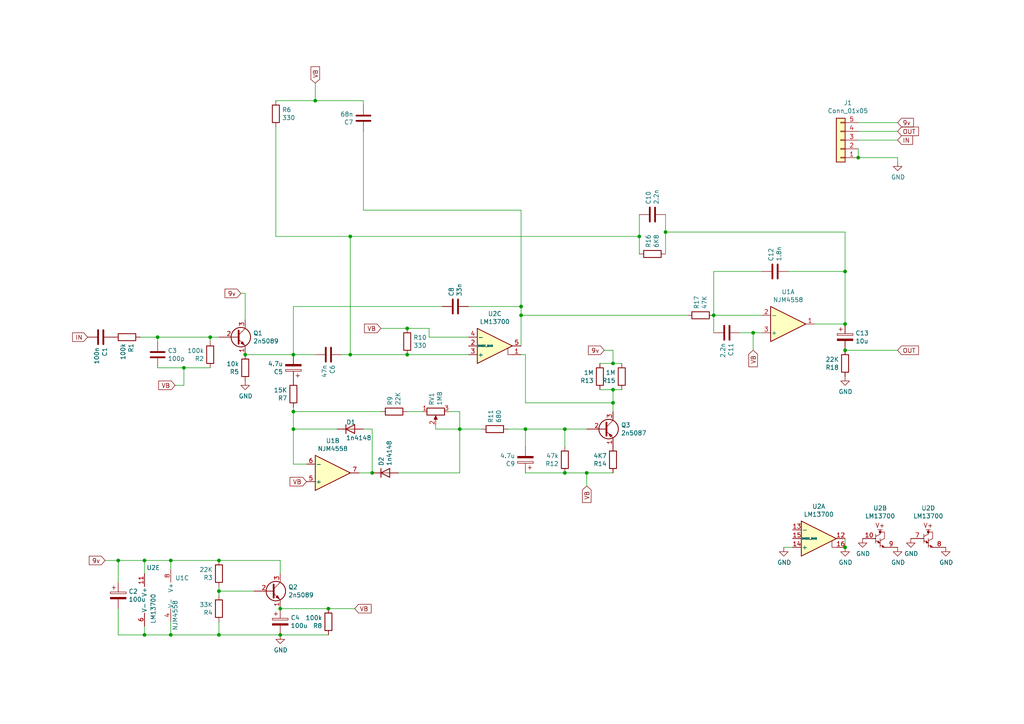
<source format=kicad_sch>
(kicad_sch (version 20211123) (generator eeschema)
  (paper "A4")
  (lib_symbols
    (symbol "Amplifier_Operational:LM13700" (pin_names (offset 0.127))
      (property "Reference" "U" (at 3.81 5.08 0))
      (property "Value" "LM13700" (at 5.08 -5.08 0))
      (symbol "LM13700_1_1"
        (polyline (pts (xy 3.81 -0.635) (xy 3.81 -2.54) (xy 5.08 -2.54)))
        (polyline (pts (xy 5.08 0) (xy -5.08 -5.08) (xy -5.08 5.08) (xy 5.08 0)) (stroke (width 0.254)) (fill (type background)))
        (pin output line (at 7.62 0 180) (length 2.54) (name "~") (number "12"))
        (pin input line (at -7.62 2.54 0) (length 2.54) (name "-") (number "13"))
        (pin input line (at -7.62 -2.54 0) (length 2.54) (name "+") (number "14"))
        (pin input line (at -7.62 0 0) (length 2.54) (name "DIODE_BIAS") (number "15"))
        (pin input line (at 7.62 -2.54 180) (length 2.54) (name "~") (number "16"))
      )
      (symbol "LM13700_2_0"
        (polyline (pts (xy -1.905 2.54) (xy -3.175 2.54)))
      )
      (symbol "LM13700_2_1"
        (circle (center -2.54 1.905) (radius 0.254) (stroke (width 0.254)) (fill (type outline)))
        (polyline (pts (xy -3.81 -0.635) (xy -2.54 -1.27)))
        (polyline (pts (xy -3.81 1.27) (xy -3.81 -1.27)))
        (polyline (pts (xy -2.54 -1.905) (xy -1.27 -2.54)))
        (polyline (pts (xy -2.54 0) (xy -2.54 -2.54)))
        (polyline (pts (xy -3.81 0.635) (xy -2.54 1.27) (xy -2.54 1.905) (xy -2.54 2.54)))
        (polyline (pts (xy -2.54 -1.27) (xy -3.175 -0.635) (xy -3.175 -1.27) (xy -2.54 -1.27)) (fill (type outline)))
        (polyline (pts (xy -2.54 -0.635) (xy -1.27 0) (xy -1.27 1.905) (xy -2.54 1.905)))
        (polyline (pts (xy -1.27 -2.54) (xy -1.905 -1.905) (xy -1.905 -2.54) (xy -1.27 -2.54)) (fill (type outline)))
        (text "V+" (at -2.54 3.81 0) (effects (font (size 1.27 1.27))))
        (pin input line (at -7.62 0 0) (length 3.81) (name "~") (number "10"))
        (pin output line (at 2.54 -2.54 180) (length 3.81) (name "~") (number "9"))
      )
      (symbol "LM13700_3_1"
        (polyline (pts (xy 3.81 -0.635) (xy 3.81 -2.54) (xy 5.08 -2.54)))
        (polyline (pts (xy 5.08 0) (xy -5.08 -5.08) (xy -5.08 5.08) (xy 5.08 0)) (stroke (width 0.254)) (fill (type background)))
        (pin input line (at 7.62 -2.54 180) (length 2.54) (name "~") (number "1"))
        (pin input line (at -7.62 0 0) (length 2.54) (name "DIODE_BIAS") (number "2"))
        (pin input line (at -7.62 -2.54 0) (length 2.54) (name "+") (number "3"))
        (pin input line (at -7.62 2.54 0) (length 2.54) (name "-") (number "4"))
        (pin output line (at 7.62 0 180) (length 2.54) (name "~") (number "5"))
      )
      (symbol "LM13700_4_0"
        (polyline (pts (xy -3.175 2.54) (xy -1.905 2.54)))
        (text "V+" (at -2.54 3.81 0) (effects (font (size 1.27 1.27))))
      )
      (symbol "LM13700_4_1"
        (circle (center -2.54 1.905) (radius 0.254) (stroke (width 0.254)) (fill (type outline)))
        (polyline (pts (xy -3.81 -0.635) (xy -2.54 -1.27)))
        (polyline (pts (xy -3.81 1.27) (xy -3.81 -1.27)))
        (polyline (pts (xy -2.54 -1.905) (xy -1.27 -2.54)))
        (polyline (pts (xy -2.54 0) (xy -2.54 -2.54)))
        (polyline (pts (xy -3.81 0.635) (xy -2.54 1.27) (xy -2.54 2.54)))
        (polyline (pts (xy -2.54 -1.27) (xy -3.175 -0.635) (xy -3.175 -1.27) (xy -2.54 -1.27)) (fill (type outline)))
        (polyline (pts (xy -2.54 -0.635) (xy -1.27 0) (xy -1.27 1.905) (xy -2.54 1.905)))
        (polyline (pts (xy -1.27 -2.54) (xy -1.905 -1.905) (xy -1.905 -2.54) (xy -1.27 -2.54)) (fill (type outline)))
        (pin input line (at -7.62 0 0) (length 3.81) (name "~") (number "7"))
        (pin output line (at 2.54 -2.54 180) (length 3.81) (name "~") (number "8"))
      )
      (symbol "LM13700_5_1"
        (pin power_in line (at -2.54 7.62 270) (length 3.81) (name "V+") (number "11"))
        (pin power_in line (at -2.54 -7.62 90) (length 3.81) (name "V-") (number "6"))
      )
    )
    (symbol "Amplifier_Operational:NJM4558" (pin_names (offset 0.127))
      (property "Reference" "U" (at 0 5.08 0))
      (property "Value" "NJM4558" (at 0 -5.08 0))
      (symbol "NJM4558_1_1"
        (polyline (pts (xy -5.08 5.08) (xy 5.08 0) (xy -5.08 -5.08) (xy -5.08 5.08)) (stroke (width 0.254)) (fill (type background)))
        (pin output line (at 7.62 0 180) (length 2.54) (name "~") (number "1"))
        (pin input line (at -7.62 -2.54 0) (length 2.54) (name "-") (number "2"))
        (pin input line (at -7.62 2.54 0) (length 2.54) (name "+") (number "3"))
      )
      (symbol "NJM4558_2_1"
        (polyline (pts (xy -5.08 5.08) (xy 5.08 0) (xy -5.08 -5.08) (xy -5.08 5.08)) (stroke (width 0.254)) (fill (type background)))
        (pin input line (at -7.62 2.54 0) (length 2.54) (name "+") (number "5"))
        (pin input line (at -7.62 -2.54 0) (length 2.54) (name "-") (number "6"))
        (pin output line (at 7.62 0 180) (length 2.54) (name "~") (number "7"))
      )
      (symbol "NJM4558_3_1"
        (pin power_in line (at -2.54 -7.62 90) (length 3.81) (name "V-") (number "4"))
        (pin power_in line (at -2.54 7.62 270) (length 3.81) (name "V+") (number "8"))
      )
    )
    (symbol "Connector_Generic:Conn_01x05" (pin_names (offset 1.016) hide)
      (property "Reference" "J" (at 0 7.62 0))
      (property "Value" "Conn_01x05" (at 0 -7.62 0))
      (symbol "Conn_01x05_1_1"
        (rectangle (start -1.27 -4.953) (end 0 -5.207) (stroke (width 0.1524)))
        (rectangle (start -1.27 -2.413) (end 0 -2.667) (stroke (width 0.1524)))
        (rectangle (start -1.27 0.127) (end 0 -0.127) (stroke (width 0.1524)))
        (rectangle (start -1.27 2.667) (end 0 2.413) (stroke (width 0.1524)))
        (rectangle (start -1.27 5.207) (end 0 4.953) (stroke (width 0.1524)))
        (rectangle (start -1.27 6.35) (end 1.27 -6.35) (stroke (width 0.254)) (fill (type background)))
        (pin passive line (at -5.08 5.08 0) (length 3.81) (name "Pin_1") (number "1"))
        (pin passive line (at -5.08 2.54 0) (length 3.81) (name "Pin_2") (number "2"))
        (pin passive line (at -5.08 0 0) (length 3.81) (name "Pin_3") (number "3"))
        (pin passive line (at -5.08 -2.54 0) (length 3.81) (name "Pin_4") (number "4"))
        (pin passive line (at -5.08 -5.08 0) (length 3.81) (name "Pin_5") (number "5"))
      )
    )
    (symbol "Device:C" (pin_numbers hide) (pin_names (offset 0.254))
      (property "Reference" "C" (at 0.635 2.54 0))
      (property "Value" "C" (at 0.635 -2.54 0))
      (symbol "C_0_1"
        (polyline (pts (xy -2.032 -0.762) (xy 2.032 -0.762)) (stroke (width 0.508)))
        (polyline (pts (xy -2.032 0.762) (xy 2.032 0.762)) (stroke (width 0.508)))
      )
      (symbol "C_1_1"
        (pin passive line (at 0 3.81 270) (length 2.794) (name "~") (number "1"))
        (pin passive line (at 0 -3.81 90) (length 2.794) (name "~") (number "2"))
      )
    )
    (symbol "Device:CP" (pin_numbers hide) (pin_names (offset 0.254))
      (property "Reference" "C" (at 0.635 2.54 0))
      (property "Value" "Device_CP" (at 0.635 -2.54 0))
      (symbol "CP_0_1"
        (rectangle (start -2.286 0.508) (end 2.286 1.016))
        (polyline (pts (xy -1.778 2.286) (xy -0.762 2.286)))
        (polyline (pts (xy -1.27 2.794) (xy -1.27 1.778)))
        (rectangle (start 2.286 -0.508) (end -2.286 -1.016) (fill (type outline)))
      )
      (symbol "CP_1_1"
        (pin passive line (at 0 3.81 270) (length 2.794) (name "~") (number "1"))
        (pin passive line (at 0 -3.81 90) (length 2.794) (name "~") (number "2"))
      )
    )
    (symbol "Device:D" (pin_numbers hide) (pin_names (offset 1.016) hide)
      (property "Reference" "D" (at 0 2.54 0))
      (property "Value" "D" (at 0 -2.54 0))
      (symbol "D_0_1"
        (polyline (pts (xy -1.27 1.27) (xy -1.27 -1.27)) (stroke (width 0.254)))
        (polyline (pts (xy 1.27 0) (xy -1.27 0)))
        (polyline (pts (xy 1.27 1.27) (xy 1.27 -1.27) (xy -1.27 0) (xy 1.27 1.27)) (stroke (width 0.254)))
      )
      (symbol "D_1_1"
        (pin passive line (at -3.81 0 0) (length 2.54) (name "K") (number "1"))
        (pin passive line (at 3.81 0 180) (length 2.54) (name "A") (number "2"))
      )
    )
    (symbol "Device:Q_NPN_EBC" (pin_names (offset 0) hide)
      (property "Reference" "Q" (at 5.08 1.27 0))
      (property "Value" "Q_NPN_EBC" (at 5.08 -1.27 0))
      (symbol "Q_NPN_EBC_0_1"
        (polyline (pts (xy 0.635 0.635) (xy 2.54 2.54)))
        (polyline (pts (xy 0.635 -0.635) (xy 2.54 -2.54) (xy 2.54 -2.54)))
        (polyline (pts (xy 0.635 1.905) (xy 0.635 -1.905) (xy 0.635 -1.905)) (stroke (width 0.508)))
        (polyline (pts (xy 1.27 -1.778) (xy 1.778 -1.27) (xy 2.286 -2.286) (xy 1.27 -1.778) (xy 1.27 -1.778)) (fill (type outline)))
        (circle (center 1.27 0) (radius 2.8194) (stroke (width 0.254)))
      )
      (symbol "Q_NPN_EBC_1_1"
        (pin passive line (at 2.54 -5.08 90) (length 2.54) (name "E") (number "1"))
        (pin passive line (at -5.08 0 0) (length 5.715) (name "B") (number "2"))
        (pin passive line (at 2.54 5.08 270) (length 2.54) (name "C") (number "3"))
      )
    )
    (symbol "Device:Q_PNP_EBC" (pin_names (offset 0) hide)
      (property "Reference" "Q" (at 5.08 1.27 0))
      (property "Value" "Q_PNP_EBC" (at 5.08 -1.27 0))
      (symbol "Q_PNP_EBC_0_1"
        (polyline (pts (xy 0.635 0.635) (xy 2.54 2.54)))
        (polyline (pts (xy 0.635 -0.635) (xy 2.54 -2.54) (xy 2.54 -2.54)))
        (polyline (pts (xy 0.635 1.905) (xy 0.635 -1.905) (xy 0.635 -1.905)) (stroke (width 0.508)))
        (polyline (pts (xy 2.286 -1.778) (xy 1.778 -2.286) (xy 1.27 -1.27) (xy 2.286 -1.778) (xy 2.286 -1.778)) (fill (type outline)))
        (circle (center 1.27 0) (radius 2.8194) (stroke (width 0.254)))
      )
      (symbol "Q_PNP_EBC_1_1"
        (pin passive line (at 2.54 -5.08 90) (length 2.54) (name "E") (number "1"))
        (pin input line (at -5.08 0 0) (length 5.715) (name "B") (number "2"))
        (pin passive line (at 2.54 5.08 270) (length 2.54) (name "C") (number "3"))
      )
    )
    (symbol "Device:R" (pin_numbers hide) (pin_names (offset 0))
      (property "Reference" "R" (at 2.032 0 90))
      (property "Value" "R" (at 0 0 90))
      (symbol "R_0_1"
        (rectangle (start -1.016 -2.54) (end 1.016 2.54) (stroke (width 0.254)))
      )
      (symbol "R_1_1"
        (pin passive line (at 0 3.81 270) (length 1.27) (name "~") (number "1"))
        (pin passive line (at 0 -3.81 90) (length 1.27) (name "~") (number "2"))
      )
    )
    (symbol "Device:R_POT" (pin_names (offset 1.016) hide)
      (property "Reference" "RV" (at -4.445 0 90))
      (property "Value" "Device_R_POT" (at -2.54 0 90))
      (symbol "R_POT_0_1"
        (polyline (pts (xy 2.54 0) (xy 1.524 0)))
        (polyline (pts (xy 1.143 0) (xy 2.286 0.508) (xy 2.286 -0.508) (xy 1.143 0)) (fill (type outline)))
        (rectangle (start 1.016 2.54) (end -1.016 -2.54) (stroke (width 0.254)))
      )
      (symbol "R_POT_1_1"
        (pin passive line (at 0 3.81 270) (length 1.27) (name "1") (number "1"))
        (pin passive line (at 3.81 0 180) (length 1.27) (name "2") (number "2"))
        (pin passive line (at 0 -3.81 90) (length 1.27) (name "3") (number "3"))
      )
    )
    (symbol "power:GND" (power) (pin_names (offset 0))
      (property "Value" "GND" (at 0 -3.81 0))
      (symbol "GND_0_1"
        (polyline (pts (xy 0 0) (xy 0 -1.27) (xy 1.27 -1.27) (xy 0 -2.54) (xy -1.27 -1.27) (xy 0 -1.27)))
      )
      (symbol "GND_1_1"
        (pin power_in line (at 0 0 270) (length 0) hide (name "GND") (number "1"))
      )
    )
  )
  (junction (at 207.01 91.44))
  (junction (at 53.34 106.68))
  (junction (at 151.13 88.9))
  (junction (at 245.11 93.98))
  (junction (at 81.28 184.15))
  (junction (at 163.83 124.46))
  (junction (at 152.4 124.46))
  (junction (at 49.53 162.56))
  (junction (at 63.5 162.56))
  (junction (at 34.29 162.56))
  (junction (at 107.95 137.16))
  (junction (at 45.72 97.79))
  (junction (at 177.8 116.84))
  (junction (at 91.44 29.21))
  (junction (at 71.12 102.87))
  (junction (at 245.11 101.6))
  (junction (at 85.09 102.87))
  (junction (at 41.91 162.56))
  (junction (at 248.92 45.72))
  (junction (at 85.09 119.38))
  (junction (at 95.25 176.53))
  (junction (at 218.44 96.52))
  (junction (at 133.35 124.46))
  (junction (at 151.13 91.44))
  (junction (at 81.28 176.53))
  (junction (at 101.6 68.58))
  (junction (at 101.6 102.87))
  (junction (at 245.11 78.74))
  (junction (at 163.83 137.16))
  (junction (at 49.53 184.15))
  (junction (at 193.04 67.31))
  (junction (at 63.5 184.15))
  (junction (at 85.09 124.46))
  (junction (at 118.11 102.87))
  (junction (at 170.18 137.16))
  (junction (at 60.96 97.79))
  (junction (at 177.8 113.03))
  (junction (at 185.42 68.58))
  (junction (at 177.8 105.41))
  (junction (at 41.91 184.15))
  (junction (at 63.5 171.45))
  (junction (at 245.11 158.75))
  (junction (at 118.11 95.25))
  (wire (pts (xy 71.12 92.71) (xy 71.12 85.09)))
  (wire (pts (xy 118.11 95.25) (xy 124.46 95.25)))
  (wire (pts (xy 49.53 184.15) (xy 63.5 184.15)))
  (wire (pts (xy 245.11 158.75) (xy 245.11 156.21)))
  (wire (pts (xy 81.28 166.37) (xy 81.28 162.56)))
  (wire (pts (xy 177.8 116.84) (xy 152.4 116.84)))
  (wire (pts (xy 105.41 60.96) (xy 151.13 60.96)))
  (wire (pts (xy 152.4 116.84) (xy 152.4 102.87)))
  (wire (pts (xy 248.92 45.72) (xy 260.35 45.72)))
  (wire (pts (xy 85.09 102.87) (xy 91.44 102.87)))
  (wire (pts (xy 88.9 134.62) (xy 85.09 134.62)))
  (wire (pts (xy 110.49 119.38) (xy 85.09 119.38)))
  (wire (pts (xy 49.53 184.15) (xy 49.53 180.34)))
  (wire (pts (xy 63.5 172.72) (xy 63.5 171.45)))
  (wire (pts (xy 260.35 38.1) (xy 248.92 38.1)))
  (wire (pts (xy 81.28 162.56) (xy 63.5 162.56)))
  (wire (pts (xy 126.365 124.46) (xy 133.35 124.46)))
  (wire (pts (xy 245.11 67.31) (xy 193.04 67.31)))
  (wire (pts (xy 45.72 99.06) (xy 45.72 97.79)))
  (wire (pts (xy 49.53 165.1) (xy 49.53 162.56)))
  (wire (pts (xy 34.29 162.56) (xy 41.91 162.56)))
  (wire (pts (xy 53.34 106.68) (xy 60.96 106.68)))
  (wire (pts (xy 107.95 124.46) (xy 105.41 124.46)))
  (wire (pts (xy 207.01 78.74) (xy 207.01 91.44)))
  (wire (pts (xy 34.29 184.15) (xy 41.91 184.15)))
  (wire (pts (xy 207.01 96.52) (xy 207.01 91.44)))
  (wire (pts (xy 173.99 105.41) (xy 177.8 105.41)))
  (wire (pts (xy 101.6 68.58) (xy 101.6 102.87)))
  (wire (pts (xy 245.11 93.98) (xy 245.11 78.74)))
  (wire (pts (xy 80.01 36.83) (xy 80.01 68.58)))
  (wire (pts (xy 185.42 68.58) (xy 185.42 62.23)))
  (wire (pts (xy 214.63 96.52) (xy 218.44 96.52)))
  (wire (pts (xy 177.8 113.03) (xy 180.34 113.03)))
  (wire (pts (xy 218.44 96.52) (xy 220.98 96.52)))
  (wire (pts (xy 41.91 184.15) (xy 49.53 184.15)))
  (wire (pts (xy 41.91 166.37) (xy 41.91 162.56)))
  (wire (pts (xy 170.18 140.97) (xy 170.18 137.16)))
  (wire (pts (xy 53.34 111.76) (xy 53.34 106.68)))
  (wire (pts (xy 173.99 113.03) (xy 177.8 113.03)))
  (wire (pts (xy 101.6 102.87) (xy 118.11 102.87)))
  (wire (pts (xy 85.09 88.9) (xy 85.09 102.87)))
  (wire (pts (xy 163.83 124.46) (xy 170.18 124.46)))
  (wire (pts (xy 45.72 97.79) (xy 40.64 97.79)))
  (wire (pts (xy 170.18 137.16) (xy 177.8 137.16)))
  (wire (pts (xy 151.13 100.33) (xy 151.13 91.44)))
  (wire (pts (xy 151.13 91.44) (xy 151.13 88.9)))
  (wire (pts (xy 99.06 102.87) (xy 101.6 102.87)))
  (wire (pts (xy 50.8 111.76) (xy 53.34 111.76)))
  (wire (pts (xy 85.09 119.38) (xy 85.09 124.46)))
  (wire (pts (xy 177.8 105.41) (xy 180.34 105.41)))
  (wire (pts (xy 260.35 45.72) (xy 260.35 46.99)))
  (wire (pts (xy 105.41 38.1) (xy 105.41 60.96)))
  (wire (pts (xy 95.25 176.53) (xy 81.28 176.53)))
  (wire (pts (xy 147.32 124.46) (xy 152.4 124.46)))
  (wire (pts (xy 193.04 67.31) (xy 193.04 62.23)))
  (wire (pts (xy 207.01 78.74) (xy 220.98 78.74)))
  (wire (pts (xy 152.4 124.46) (xy 163.83 124.46)))
  (wire (pts (xy 207.01 91.44) (xy 220.98 91.44)))
  (wire (pts (xy 63.5 171.45) (xy 73.66 171.45)))
  (wire (pts (xy 105.41 29.21) (xy 105.41 30.48)))
  (wire (pts (xy 41.91 181.61) (xy 41.91 184.15)))
  (wire (pts (xy 151.13 88.9) (xy 135.89 88.9)))
  (wire (pts (xy 126.365 123.19) (xy 126.365 124.46)))
  (wire (pts (xy 128.27 88.9) (xy 85.09 88.9)))
  (wire (pts (xy 175.26 101.6) (xy 177.8 101.6)))
  (wire (pts (xy 34.29 184.15) (xy 34.29 176.53)))
  (wire (pts (xy 118.11 102.87) (xy 135.89 102.87)))
  (wire (pts (xy 133.35 119.38) (xy 133.35 124.46)))
  (wire (pts (xy 45.72 106.68) (xy 53.34 106.68)))
  (wire (pts (xy 177.8 101.6) (xy 177.8 105.41)))
  (wire (pts (xy 151.13 91.44) (xy 199.39 91.44)))
  (wire (pts (xy 130.175 119.38) (xy 133.35 119.38)))
  (wire (pts (xy 193.04 67.31) (xy 193.04 73.66)))
  (wire (pts (xy 248.92 43.18) (xy 248.92 45.72)))
  (wire (pts (xy 118.11 119.38) (xy 122.555 119.38)))
  (wire (pts (xy 152.4 124.46) (xy 152.4 129.54)))
  (wire (pts (xy 163.83 124.46) (xy 163.83 129.54)))
  (wire (pts (xy 107.95 137.16) (xy 107.95 124.46)))
  (wire (pts (xy 124.46 97.79) (xy 135.89 97.79)))
  (wire (pts (xy 80.01 29.21) (xy 91.44 29.21)))
  (wire (pts (xy 60.96 99.06) (xy 60.96 97.79)))
  (wire (pts (xy 91.44 29.21) (xy 105.41 29.21)))
  (wire (pts (xy 85.09 119.38) (xy 85.09 118.11)))
  (wire (pts (xy 85.09 124.46) (xy 85.09 134.62)))
  (wire (pts (xy 177.8 119.38) (xy 177.8 116.84)))
  (wire (pts (xy 81.28 184.15) (xy 95.25 184.15)))
  (wire (pts (xy 101.6 68.58) (xy 185.42 68.58)))
  (wire (pts (xy 245.11 78.74) (xy 245.11 67.31)))
  (wire (pts (xy 227.33 158.75) (xy 229.87 158.75)))
  (wire (pts (xy 41.91 162.56) (xy 49.53 162.56)))
  (wire (pts (xy 163.83 137.16) (xy 170.18 137.16)))
  (wire (pts (xy 260.35 101.6) (xy 245.11 101.6)))
  (wire (pts (xy 49.53 162.56) (xy 63.5 162.56)))
  (wire (pts (xy 248.92 35.56) (xy 260.35 35.56)))
  (wire (pts (xy 63.5 184.15) (xy 81.28 184.15)))
  (wire (pts (xy 133.35 137.16) (xy 115.57 137.16)))
  (wire (pts (xy 110.49 95.25) (xy 118.11 95.25)))
  (wire (pts (xy 71.12 85.09) (xy 69.85 85.09)))
  (wire (pts (xy 133.35 124.46) (xy 139.7 124.46)))
  (wire (pts (xy 91.44 29.21) (xy 91.44 24.13)))
  (wire (pts (xy 185.42 73.66) (xy 185.42 68.58)))
  (wire (pts (xy 95.25 176.53) (xy 102.87 176.53)))
  (wire (pts (xy 63.5 171.45) (xy 63.5 170.18)))
  (wire (pts (xy 236.22 93.98) (xy 245.11 93.98)))
  (wire (pts (xy 34.29 168.91) (xy 34.29 162.56)))
  (wire (pts (xy 30.48 162.56) (xy 34.29 162.56)))
  (wire (pts (xy 97.79 124.46) (xy 85.09 124.46)))
  (wire (pts (xy 124.46 95.25) (xy 124.46 97.79)))
  (wire (pts (xy 248.92 40.64) (xy 260.35 40.64)))
  (wire (pts (xy 177.8 116.84) (xy 177.8 113.03)))
  (wire (pts (xy 63.5 180.34) (xy 63.5 184.15)))
  (wire (pts (xy 60.96 97.79) (xy 45.72 97.79)))
  (wire (pts (xy 80.01 68.58) (xy 101.6 68.58)))
  (wire (pts (xy 104.14 137.16) (xy 107.95 137.16)))
  (wire (pts (xy 151.13 60.96) (xy 151.13 88.9)))
  (wire (pts (xy 228.6 78.74) (xy 245.11 78.74)))
  (wire (pts (xy 133.35 124.46) (xy 133.35 137.16)))
  (wire (pts (xy 152.4 102.87) (xy 151.13 102.87)))
  (wire (pts (xy 60.96 97.79) (xy 63.5 97.79)))
  (wire (pts (xy 218.44 101.6) (xy 218.44 96.52)))
  (wire (pts (xy 152.4 137.16) (xy 163.83 137.16)))
  (wire (pts (xy 71.12 102.87) (xy 85.09 102.87)))
  (global_label "VB" (shape input) (at 102.87 176.53 0) (property "Intersheet References" "${INTERSHEET_REFS}" (effects hide)))
  (global_label "VB" (shape input) (at 88.9 139.7 180) (property "Intersheet References" "${INTERSHEET_REFS}" (effects hide)))
  (global_label "VB" (shape input) (at 110.49 95.25 180) (property "Intersheet References" "${INTERSHEET_REFS}" (effects hide)))
  (global_label "VB" (shape input) (at 218.44 101.6 270) (property "Intersheet References" "${INTERSHEET_REFS}" (effects hide)))
  (global_label "9v" (shape input) (at 69.85 85.09 180) (property "Intersheet References" "${INTERSHEET_REFS}" (effects hide)))
  (global_label "IN" (shape input) (at 260.35 40.64 0) (property "Intersheet References" "${INTERSHEET_REFS}" (effects hide)))
  (global_label "9v" (shape input) (at 175.26 101.6 180) (property "Intersheet References" "${INTERSHEET_REFS}" (effects hide)))
  (global_label "VB" (shape input) (at 50.8 111.76 180) (property "Intersheet References" "${INTERSHEET_REFS}" (effects hide)))
  (global_label "OUT" (shape input) (at 260.35 101.6 0) (property "Intersheet References" "${INTERSHEET_REFS}" (effects hide)))
  (global_label "VB" (shape input) (at 91.44 24.13 90) (property "Intersheet References" "${INTERSHEET_REFS}" (effects hide)))
  (global_label "9v" (shape input) (at 30.48 162.56 180) (property "Intersheet References" "${INTERSHEET_REFS}" (effects hide)))
  (global_label "IN" (shape input) (at 25.4 97.79 180) (property "Intersheet References" "${INTERSHEET_REFS}" (effects hide)))
  (global_label "VB" (shape input) (at 170.18 140.97 270) (property "Intersheet References" "${INTERSHEET_REFS}" (effects hide)))
  (global_label "9v" (shape input) (at 260.35 35.56 0) (property "Intersheet References" "${INTERSHEET_REFS}" (effects hide)))
  (global_label "OUT" (shape input) (at 260.35 38.1 0) (property "Intersheet References" "${INTERSHEET_REFS}" (effects hide)))
  (symbol (lib_id "Device:C") (at 29.21 97.79 270) (unit 1)
    (property "Reference" "C1" (at 30.3784 100.711 0) (effects (justify left)))
    (property "Value" "100n" (at 28.067 100.711 0) (effects (justify left)))
    (property "Footprint" "Capacitor_THT:C_Rect_L7.0mm_W3.5mm_P2.50mm_P5.00mm" (effects hide))
  )
  (symbol (lib_id "Device:R") (at 36.83 97.79 270) (unit 1)
    (property "Reference" "R1" (at 37.9984 99.568 0) (effects (justify left)))
    (property "Value" "100k" (at 35.687 99.568 0) (effects (justify left)))
    (property "Footprint" "Resistor_THT:R_Axial_DIN0207_L6.3mm_D2.5mm_P10.16mm_Horizontal" (effects hide))
  )
  (symbol (lib_id "Device:C") (at 45.72 102.87 0) (unit 1)
    (property "Reference" "C3" (at 48.641 101.7016 0) (effects (justify left)))
    (property "Value" "100p" (at 48.641 104.013 0) (effects (justify left)))
    (property "Footprint" "Capacitor_THT:C_Disc_D5.1mm_W3.2mm_P5.00mm" (effects hide))
  )
  (symbol (lib_id "Device:R") (at 60.96 102.87 180) (unit 1)
    (property "Reference" "R2" (at 59.182 104.0384 0) (effects (justify left)))
    (property "Value" "100k" (at 59.182 101.727 0) (effects (justify left)))
    (property "Footprint" "Resistor_THT:R_Axial_DIN0207_L6.3mm_D2.5mm_P10.16mm_Horizontal" (effects hide))
  )
  (symbol (lib_id "Device:Q_NPN_EBC") (at 68.58 97.79 0) (unit 1)
    (property "Reference" "Q1" (at 73.4314 96.6216 0) (effects (justify left)))
    (property "Value" "2n5089" (at 73.4314 98.933 0) (effects (justify left)))
    (property "Footprint" "Package_TO_SOT_THT:TO-92" (effects hide))
  )
  (symbol (lib_id "Device:R") (at 71.12 106.68 180) (unit 1)
    (property "Reference" "R5" (at 69.342 107.8484 0) (effects (justify left)))
    (property "Value" "10k" (at 69.342 105.537 0) (effects (justify left)))
    (property "Footprint" "Resistor_THT:R_Axial_DIN0207_L6.3mm_D2.5mm_P10.16mm_Horizontal" (effects hide))
  )
  (symbol (lib_id "power:GND") (at 71.12 110.49 0) (unit 1)
    (property "Reference" "#PWR0101" (effects hide))
    (property "Value" "GND" (at 71.247 114.8842 0))
  )
  (symbol (lib_id "Device:CP") (at 34.29 172.72 0) (unit 1)
    (property "Reference" "C2" (at 37.2872 171.5516 0) (effects (justify left)))
    (property "Value" "100u" (at 37.2872 173.863 0) (effects (justify left)))
    (property "Footprint" "Capacitor_THT:CP_Radial_D10.0mm_P5.00mm" (effects hide))
  )
  (symbol (lib_id "Device:R") (at 63.5 166.37 180) (unit 1)
    (property "Reference" "R3" (at 61.722 167.5384 0) (effects (justify left)))
    (property "Value" "22K" (at 61.722 165.227 0) (effects (justify left)))
    (property "Footprint" "Resistor_THT:R_Axial_DIN0207_L6.3mm_D2.5mm_P10.16mm_Horizontal" (effects hide))
  )
  (symbol (lib_id "Device:R") (at 63.5 176.53 180) (unit 1)
    (property "Reference" "R4" (at 61.722 177.6984 0) (effects (justify left)))
    (property "Value" "33K" (at 61.722 175.387 0) (effects (justify left)))
    (property "Footprint" "Resistor_THT:R_Axial_DIN0207_L6.3mm_D2.5mm_P10.16mm_Horizontal" (effects hide))
  )
  (symbol (lib_id "Device:CP") (at 81.28 180.34 0) (unit 1)
    (property "Reference" "C4" (at 84.2772 179.1716 0) (effects (justify left)))
    (property "Value" "100u" (at 84.2772 181.483 0) (effects (justify left)))
    (property "Footprint" "Capacitor_THT:CP_Radial_D10.0mm_P5.00mm" (effects hide))
  )
  (symbol (lib_id "Device:Q_NPN_EBC") (at 78.74 171.45 0) (unit 1)
    (property "Reference" "Q2" (at 83.5914 170.2816 0) (effects (justify left)))
    (property "Value" "2n5089" (at 83.5914 172.593 0) (effects (justify left)))
    (property "Footprint" "Package_TO_SOT_THT:TO-92" (effects hide))
  )
  (symbol (lib_id "Device:R") (at 95.25 180.34 180) (unit 1)
    (property "Reference" "R8" (at 93.472 181.5084 0) (effects (justify left)))
    (property "Value" "100k" (at 93.472 179.197 0) (effects (justify left)))
    (property "Footprint" "Resistor_THT:R_Axial_DIN0207_L6.3mm_D2.5mm_P10.16mm_Horizontal" (effects hide))
  )
  (symbol (lib_id "power:GND") (at 81.28 184.15 0) (unit 1)
    (property "Reference" "#PWR0102" (effects hide))
    (property "Value" "GND" (at 81.407 188.5442 0))
  )
  (symbol (lib_id "Amplifier_Operational:NJM4558") (at 228.6 93.98 0) (mirror x) (unit 1)
    (property "Reference" "U1" (at 228.6 84.6582 0))
    (property "Value" "NJM4558" (at 228.6 86.9696 0))
    (property "Footprint" "Package_DIP:DIP-8_W7.62mm" (effects hide))
    (property "Datasheet" "http://www.njr.com/semicon/PDF/NJM4558_NJM4559_E.pdf" (effects hide))
  )
  (symbol (lib_id "Amplifier_Operational:NJM4558") (at 96.52 137.16 0) (mirror x) (unit 2)
    (property "Reference" "U1" (at 96.52 127.8382 0))
    (property "Value" "NJM4558" (at 96.52 130.1496 0))
    (property "Footprint" "Package_DIP:DIP-8_W7.62mm" (effects hide))
    (property "Datasheet" "http://www.njr.com/semicon/PDF/NJM4558_NJM4559_E.pdf" (effects hide))
  )
  (symbol (lib_id "Amplifier_Operational:NJM4558") (at 52.07 172.72 0) (unit 3)
    (property "Reference" "U1" (at 50.8 167.64 0) (effects (justify left)))
    (property "Value" "NJM4558" (at 50.8 182.88 90) (effects (justify left)))
    (property "Footprint" "Package_DIP:DIP-8_W7.62mm" (effects hide))
    (property "Datasheet" "http://www.njr.com/semicon/PDF/NJM4558_NJM4559_E.pdf" (effects hide))
  )
  (symbol (lib_id "Device:C") (at 95.25 102.87 270) (unit 1)
    (property "Reference" "C6" (at 96.4184 105.791 0) (effects (justify left)))
    (property "Value" "47n" (at 94.107 105.791 0) (effects (justify left)))
    (property "Footprint" "Capacitor_THT:C_Rect_L7.0mm_W3.5mm_P2.50mm_P5.00mm" (effects hide))
  )
  (symbol (lib_id "Device:CP") (at 85.09 106.68 180) (unit 1)
    (property "Reference" "C5" (at 82.0928 107.8484 0) (effects (justify left)))
    (property "Value" "4.7u" (at 82.0928 105.537 0) (effects (justify left)))
    (property "Footprint" "Capacitor_THT:CP_Radial_D4.0mm_P2.00mm" (effects hide))
  )
  (symbol (lib_id "Device:R") (at 85.09 114.3 180) (unit 1)
    (property "Reference" "R7" (at 83.312 115.4684 0) (effects (justify left)))
    (property "Value" "15K" (at 83.312 113.157 0) (effects (justify left)))
    (property "Footprint" "Resistor_THT:R_Axial_DIN0207_L6.3mm_D2.5mm_P10.16mm_Horizontal" (effects hide))
  )
  (symbol (lib_id "Device:D") (at 101.6 124.46 0) (unit 1)
    (property "Reference" "D1" (at 100.4316 122.4534 0) (effects (justify left)))
    (property "Value" "1n4148" (at 100.33 127 0) (effects (justify left)))
    (property "Footprint" "Diode_THT:D_A-405_P7.62mm_Horizontal" (effects hide))
  )
  (symbol (lib_id "Device:R") (at 114.3 119.38 90) (unit 1)
    (property "Reference" "R9" (at 113.1316 117.602 0) (effects (justify left)))
    (property "Value" "22K" (at 115.443 117.602 0) (effects (justify left)))
    (property "Footprint" "Resistor_THT:R_Axial_DIN0207_L6.3mm_D2.5mm_P10.16mm_Horizontal" (effects hide))
  )
  (symbol (lib_id "Device:R_POT") (at 126.365 119.38 90) (mirror x) (unit 1)
    (property "Reference" "RV1" (at 125.1966 117.6274 0) (effects (justify right)))
    (property "Value" "1MB" (at 127.508 117.6274 0) (effects (justify right)))
    (property "Footprint" "Potentiometer_THT:Potentiometer_Omeg_PC16BU_Vertical" (effects hide))
  )
  (symbol (lib_id "Device:D") (at 111.76 137.16 0) (unit 1)
    (property "Reference" "D2" (at 110.5916 135.1534 90) (effects (justify left)))
    (property "Value" "1n4148" (at 112.903 135.1534 90) (effects (justify left)))
    (property "Footprint" "Diode_THT:D_A-405_P7.62mm_Horizontal" (effects hide))
  )
  (symbol (lib_id "Device:R") (at 143.51 124.46 90) (unit 1)
    (property "Reference" "R11" (at 142.3416 122.682 0) (effects (justify left)))
    (property "Value" "680" (at 144.653 122.682 0) (effects (justify left)))
    (property "Footprint" "Resistor_THT:R_Axial_DIN0207_L6.3mm_D2.5mm_P10.16mm_Horizontal" (effects hide))
  )
  (symbol (lib_id "Device:R") (at 118.11 99.06 0) (unit 1)
    (property "Reference" "R10" (at 119.888 97.8916 0) (effects (justify left)))
    (property "Value" "330" (at 119.888 100.203 0) (effects (justify left)))
    (property "Footprint" "Resistor_THT:R_Axial_DIN0207_L6.3mm_D2.5mm_P10.16mm_Horizontal" (effects hide))
  )
  (symbol (lib_id "Device:CP") (at 152.4 133.35 180) (unit 1)
    (property "Reference" "C9" (at 149.4028 134.5184 0) (effects (justify left)))
    (property "Value" "4.7u" (at 149.4028 132.207 0) (effects (justify left)))
    (property "Footprint" "Capacitor_THT:CP_Radial_D4.0mm_P2.00mm" (effects hide))
  )
  (symbol (lib_id "Device:R") (at 163.83 133.35 180) (unit 1)
    (property "Reference" "R12" (at 162.052 134.5184 0) (effects (justify left)))
    (property "Value" "47k" (at 162.052 132.207 0) (effects (justify left)))
    (property "Footprint" "Resistor_THT:R_Axial_DIN0207_L6.3mm_D2.5mm_P10.16mm_Horizontal" (effects hide))
  )
  (symbol (lib_id "Device:R") (at 177.8 133.35 180) (unit 1)
    (property "Reference" "R14" (at 176.022 134.5184 0) (effects (justify left)))
    (property "Value" "4K7" (at 176.022 132.207 0) (effects (justify left)))
    (property "Footprint" "Resistor_THT:R_Axial_DIN0207_L6.3mm_D2.5mm_P10.16mm_Horizontal" (effects hide))
  )
  (symbol (lib_id "Device:C") (at 132.08 88.9 90) (unit 1)
    (property "Reference" "C8" (at 130.9116 85.979 0) (effects (justify left)))
    (property "Value" "33n" (at 133.223 85.979 0) (effects (justify left)))
    (property "Footprint" "Capacitor_THT:C_Rect_L7.0mm_W3.5mm_P2.50mm_P5.00mm" (effects hide))
  )
  (symbol (lib_id "Device:Q_PNP_EBC") (at 175.26 124.46 0) (unit 1)
    (property "Reference" "Q3" (at 180.1114 123.2916 0) (effects (justify left)))
    (property "Value" "2n5087" (at 180.1114 125.603 0) (effects (justify left)))
    (property "Footprint" "Package_TO_SOT_THT:TO-92" (effects hide))
  )
  (symbol (lib_id "Device:R") (at 173.99 109.22 180) (unit 1)
    (property "Reference" "R13" (at 172.212 110.3884 0) (effects (justify left)))
    (property "Value" "1M" (at 172.212 108.077 0) (effects (justify left)))
    (property "Footprint" "Resistor_THT:R_Axial_DIN0207_L6.3mm_D2.5mm_P10.16mm_Horizontal" (effects hide))
  )
  (symbol (lib_id "Device:R") (at 180.34 109.22 180) (unit 1)
    (property "Reference" "R15" (at 178.562 110.3884 0) (effects (justify left)))
    (property "Value" "1M" (at 178.562 108.077 0) (effects (justify left)))
    (property "Footprint" "Resistor_THT:R_Axial_DIN0207_L6.3mm_D2.5mm_P10.16mm_Horizontal" (effects hide))
  )
  (symbol (lib_id "Device:CP") (at 245.11 97.79 0) (unit 1)
    (property "Reference" "C13" (at 248.1072 96.6216 0) (effects (justify left)))
    (property "Value" "10u" (at 248.1072 98.933 0) (effects (justify left)))
    (property "Footprint" "Capacitor_THT:CP_Radial_D4.0mm_P2.00mm" (effects hide))
  )
  (symbol (lib_id "Device:R") (at 245.11 105.41 180) (unit 1)
    (property "Reference" "R18" (at 243.332 106.5784 0) (effects (justify left)))
    (property "Value" "22K" (at 243.332 104.267 0) (effects (justify left)))
    (property "Footprint" "Resistor_THT:R_Axial_DIN0207_L6.3mm_D2.5mm_P10.16mm_Horizontal" (effects hide))
  )
  (symbol (lib_id "power:GND") (at 245.11 109.22 0) (unit 1)
    (property "Reference" "#PWR0103" (effects hide))
    (property "Value" "GND" (at 245.237 113.6142 0))
  )
  (symbol (lib_id "Device:C") (at 224.79 78.74 90) (unit 1)
    (property "Reference" "C12" (at 223.6216 75.819 0) (effects (justify left)))
    (property "Value" "1.8n" (at 225.933 75.819 0) (effects (justify left)))
    (property "Footprint" "Capacitor_THT:C_Rect_L7.0mm_W3.5mm_P2.50mm_P5.00mm" (effects hide))
  )
  (symbol (lib_id "Device:C") (at 210.82 96.52 270) (unit 1)
    (property "Reference" "C11" (at 211.9884 99.441 0) (effects (justify left)))
    (property "Value" "2.2n" (at 209.677 99.441 0) (effects (justify left)))
    (property "Footprint" "Capacitor_THT:C_Rect_L7.0mm_W3.5mm_P2.50mm_P5.00mm" (effects hide))
  )
  (symbol (lib_id "power:GND") (at 260.35 158.75 0) (unit 1)
    (property "Reference" "#PWR0104" (effects hide))
    (property "Value" "GND" (at 260.477 163.1442 0))
  )
  (symbol (lib_id "power:GND") (at 274.32 158.75 0) (unit 1)
    (property "Reference" "#PWR0105" (effects hide))
    (property "Value" "GND" (at 274.447 163.1442 0))
  )
  (symbol (lib_id "power:GND") (at 264.16 156.21 0) (unit 1)
    (property "Reference" "#PWR0106" (effects hide))
    (property "Value" "GND" (at 264.287 160.6042 0))
  )
  (symbol (lib_id "power:GND") (at 250.19 156.21 0) (unit 1)
    (property "Reference" "#PWR0107" (effects hide))
    (property "Value" "GND" (at 250.317 160.6042 0))
  )
  (symbol (lib_id "power:GND") (at 245.11 158.75 0) (unit 1)
    (property "Reference" "#PWR0108" (effects hide))
    (property "Value" "GND" (at 245.237 163.1442 0))
  )
  (symbol (lib_id "power:GND") (at 227.33 158.75 0) (unit 1)
    (property "Reference" "#PWR0109" (effects hide))
    (property "Value" "GND" (at 227.457 163.1442 0))
  )
  (symbol (lib_id "Amplifier_Operational:LM13700") (at 44.45 173.99 0) (unit 5)
    (property "Reference" "U2" (at 44.45 164.6682 0))
    (property "Value" "LM13700" (at 44.45 176.53 90))
    (property "Footprint" "Package_DIP:DIP-16_W7.62mm" (effects hide))
    (property "Datasheet" "http://www.ti.com/lit/ds/symlink/lm13700.pdf" (effects hide))
  )
  (symbol (lib_id "Device:R") (at 203.2 91.44 90) (unit 1)
    (property "Reference" "R17" (at 202.0316 89.662 0) (effects (justify left)))
    (property "Value" "47K" (at 204.343 89.662 0) (effects (justify left)))
    (property "Footprint" "Resistor_THT:R_Axial_DIN0207_L6.3mm_D2.5mm_P10.16mm_Horizontal" (effects hide))
  )
  (symbol (lib_id "Connector_Generic:Conn_01x05") (at 243.84 40.64 180) (unit 1)
    (property "Reference" "J1" (at 245.9228 29.845 0))
    (property "Value" "Conn_01x05" (at 245.9228 32.1564 0))
    (property "Footprint" "Connector_PinHeader_2.54mm:PinHeader_1x05_P2.54mm_Vertical" (effects hide))
  )
  (symbol (lib_id "power:GND") (at 260.35 46.99 0) (unit 1)
    (property "Reference" "#PWR0110" (effects hide))
    (property "Value" "GND" (at 260.477 51.3842 0))
  )
  (symbol (lib_id "Device:R") (at 189.23 73.66 90) (unit 1)
    (property "Reference" "R16" (at 188.0616 71.882 0) (effects (justify left)))
    (property "Value" "6K8" (at 190.373 71.882 0) (effects (justify left)))
    (property "Footprint" "Resistor_THT:R_Axial_DIN0207_L6.3mm_D2.5mm_P10.16mm_Horizontal" (effects hide))
  )
  (symbol (lib_id "Device:C") (at 189.23 62.23 90) (unit 1)
    (property "Reference" "C10" (at 188.0616 59.309 0) (effects (justify left)))
    (property "Value" "2.2n" (at 190.373 59.309 0) (effects (justify left)))
    (property "Footprint" "Capacitor_THT:C_Rect_L7.0mm_W3.5mm_P2.50mm_P5.00mm" (effects hide))
  )
  (symbol (lib_id "Amplifier_Operational:LM13700") (at 143.51 100.33 0) (unit 3)
    (property "Reference" "U2" (at 143.51 91.0082 0))
    (property "Value" "LM13700" (at 143.51 93.3196 0))
    (property "Footprint" "Package_DIP:DIP-16_W7.62mm" (effects hide))
    (property "Datasheet" "http://www.ti.com/lit/ds/symlink/lm13700.pdf" (effects hide))
  )
  (symbol (lib_id "Amplifier_Operational:LM13700") (at 271.78 156.21 0) (unit 4)
    (property "Reference" "U2" (at 269.24 147.3708 0))
    (property "Value" "LM13700" (at 269.24 149.6822 0))
    (property "Footprint" "Package_DIP:DIP-16_W7.62mm" (effects hide))
    (property "Datasheet" "http://www.ti.com/lit/ds/symlink/lm13700.pdf" (effects hide))
  )
  (symbol (lib_id "Amplifier_Operational:LM13700") (at 257.81 156.21 0) (unit 2)
    (property "Reference" "U2" (at 255.27 147.3708 0))
    (property "Value" "LM13700" (at 255.27 149.6822 0))
    (property "Footprint" "Package_DIP:DIP-16_W7.62mm" (effects hide))
    (property "Datasheet" "http://www.ti.com/lit/ds/symlink/lm13700.pdf" (effects hide))
  )
  (symbol (lib_id "Amplifier_Operational:LM13700") (at 237.49 156.21 0) (unit 1)
    (property "Reference" "U2" (at 237.49 146.8882 0))
    (property "Value" "LM13700" (at 237.49 149.1996 0))
    (property "Footprint" "Package_DIP:DIP-16_W7.62mm" (effects hide))
    (property "Datasheet" "http://www.ti.com/lit/ds/symlink/lm13700.pdf" (effects hide))
  )
  (symbol (lib_id "Device:R") (at 80.01 33.02 0) (unit 1)
    (property "Reference" "R6" (at 81.788 31.8516 0) (effects (justify left)))
    (property "Value" "330" (at 81.788 34.163 0) (effects (justify left)))
    (property "Footprint" "Resistor_THT:R_Axial_DIN0207_L6.3mm_D2.5mm_P10.16mm_Horizontal" (effects hide))
  )
  (symbol (lib_id "Device:C") (at 105.41 34.29 180) (unit 1)
    (property "Reference" "C7" (at 102.489 35.4584 0) (effects (justify left)))
    (property "Value" "68n" (at 102.489 33.147 0) (effects (justify left)))
    (property "Footprint" "Capacitor_THT:C_Rect_L7.0mm_W3.5mm_P2.50mm_P5.00mm" (effects hide))
  )
)
</source>
